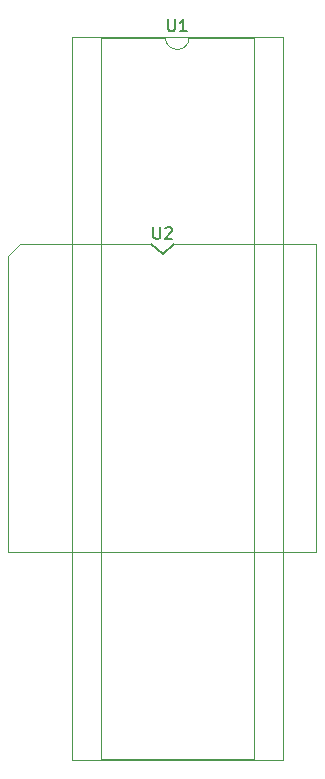
<source format=gto>
G04 #@! TF.GenerationSoftware,KiCad,Pcbnew,(5.99.0-434-g6ad8b170c)*
G04 #@! TF.CreationDate,2019-12-25T22:45:19+01:00*
G04 #@! TF.ProjectId,DeniseAdapter,44656e69-7365-4416-9461-707465722e6b,rev?*
G04 #@! TF.SameCoordinates,Original*
G04 #@! TF.FileFunction,Legend,Top*
G04 #@! TF.FilePolarity,Positive*
%FSLAX46Y46*%
G04 Gerber Fmt 4.6, Leading zero omitted, Abs format (unit mm)*
G04 Created by KiCad (PCBNEW (5.99.0-434-g6ad8b170c)) date 2019-12-25 22:45:19*
%MOMM*%
%LPD*%
G04 APERTURE LIST*
%ADD10C,0.150000*%
%ADD11C,0.120000*%
G04 APERTURE END LIST*
D10*
X36195000Y-47625000D02*
X37160000Y-46780000D01*
X35160000Y-46780000D02*
X36195000Y-47625000D01*
D11*
X35160000Y-46780000D02*
X24120000Y-46780000D01*
X24120000Y-46780000D02*
X23120000Y-47780000D01*
X23120000Y-47780000D02*
X23120000Y-72860000D01*
X23120000Y-72860000D02*
X49200000Y-72860000D01*
X49200000Y-72860000D02*
X49200000Y-46780000D01*
X49200000Y-46780000D02*
X37160000Y-46780000D01*
X38410000Y-29278000D02*
G75*
G02X36410000Y-29278000I-1000000J0D01*
G01*
X36410000Y-29278000D02*
X30950000Y-29278000D01*
X30950000Y-29278000D02*
X30950000Y-90358000D01*
X30950000Y-90358000D02*
X43870000Y-90358000D01*
X43870000Y-90358000D02*
X43870000Y-29278000D01*
X43870000Y-29278000D02*
X38410000Y-29278000D01*
X28460000Y-29218000D02*
X28460000Y-90418000D01*
X28460000Y-90418000D02*
X46360000Y-90418000D01*
X46360000Y-90418000D02*
X46360000Y-29218000D01*
X46360000Y-29218000D02*
X28460000Y-29218000D01*
D10*
X35398095Y-45332380D02*
X35398095Y-46141904D01*
X35445714Y-46237142D01*
X35493333Y-46284761D01*
X35588571Y-46332380D01*
X35779047Y-46332380D01*
X35874285Y-46284761D01*
X35921904Y-46237142D01*
X35969523Y-46141904D01*
X35969523Y-45332380D01*
X36398095Y-45427619D02*
X36445714Y-45380000D01*
X36540952Y-45332380D01*
X36779047Y-45332380D01*
X36874285Y-45380000D01*
X36921904Y-45427619D01*
X36969523Y-45522857D01*
X36969523Y-45618095D01*
X36921904Y-45760952D01*
X36350476Y-46332380D01*
X36969523Y-46332380D01*
X36648095Y-27730380D02*
X36648095Y-28539904D01*
X36695714Y-28635142D01*
X36743333Y-28682761D01*
X36838571Y-28730380D01*
X37029047Y-28730380D01*
X37124285Y-28682761D01*
X37171904Y-28635142D01*
X37219523Y-28539904D01*
X37219523Y-27730380D01*
X38219523Y-28730380D02*
X37648095Y-28730380D01*
X37933809Y-28730380D02*
X37933809Y-27730380D01*
X37838571Y-27873238D01*
X37743333Y-27968476D01*
X37648095Y-28016095D01*
M02*

</source>
